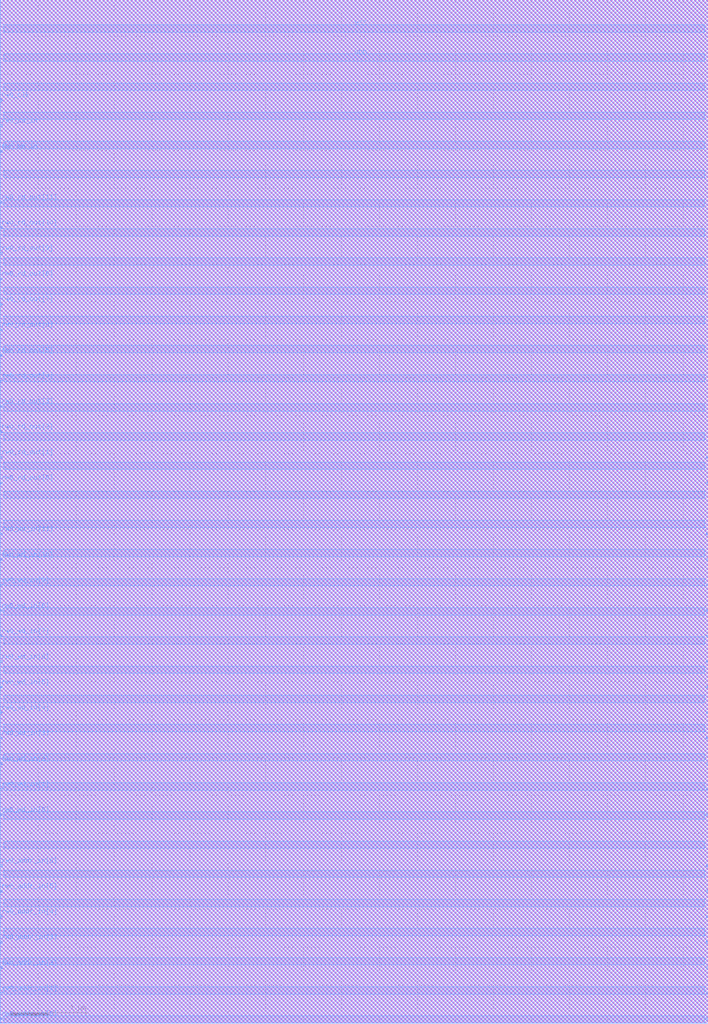
<source format=lef>
# Generated by FakeRAM 2.0
VERSION 5.7 ;
BUSBITCHARS "[]" ;
PROPERTYDEFINITIONS
  MACRO width INTEGER ;
  MACRO depth INTEGER ;
  MACRO banks INTEGER ;
END PROPERTYDEFINITIONS
MACRO liteeth_1rw1r_12w128d_sram
  PROPERTY width 12 ;
  PROPERTY depth 128 ;
  PROPERTY banks 1 ;
  FOREIGN liteeth_1rw1r_12w128d_sram 0 0 ;
  SYMMETRY X Y R90 ;
  SIZE 9.332 BY 13.479 ;
  CLASS BLOCK ;
  PIN r0_addr_in[0]
    DIRECTION INPUT ;
    USE SIGNAL ;
    SHAPE ABUTMENT ;
    PORT
      LAYER M4 ;
      RECT 9.308 0.048 9.332 0.072 ;
    END
  END r0_addr_in[0]
  PIN r0_addr_in[1]
    DIRECTION INPUT ;
    USE SIGNAL ;
    SHAPE ABUTMENT ;
    PORT
      LAYER M4 ;
      RECT 9.308 0.384 9.332 0.408 ;
    END
  END r0_addr_in[1]
  PIN r0_addr_in[2]
    DIRECTION INPUT ;
    USE SIGNAL ;
    SHAPE ABUTMENT ;
    PORT
      LAYER M4 ;
      RECT 9.308 0.720 9.332 0.744 ;
    END
  END r0_addr_in[2]
  PIN r0_addr_in[3]
    DIRECTION INPUT ;
    USE SIGNAL ;
    SHAPE ABUTMENT ;
    PORT
      LAYER M4 ;
      RECT 9.308 1.056 9.332 1.080 ;
    END
  END r0_addr_in[3]
  PIN r0_addr_in[4]
    DIRECTION INPUT ;
    USE SIGNAL ;
    SHAPE ABUTMENT ;
    PORT
      LAYER M4 ;
      RECT 9.308 1.392 9.332 1.416 ;
    END
  END r0_addr_in[4]
  PIN r0_addr_in[5]
    DIRECTION INPUT ;
    USE SIGNAL ;
    SHAPE ABUTMENT ;
    PORT
      LAYER M4 ;
      RECT 9.308 1.728 9.332 1.752 ;
    END
  END r0_addr_in[5]
  PIN r0_addr_in[6]
    DIRECTION INPUT ;
    USE SIGNAL ;
    SHAPE ABUTMENT ;
    PORT
      LAYER M4 ;
      RECT 9.308 2.064 9.332 2.088 ;
    END
  END r0_addr_in[6]
  PIN r0_rd_out[0]
    DIRECTION OUTPUT ;
    USE SIGNAL ;
    SHAPE ABUTMENT ;
    PORT
      LAYER M4 ;
      RECT 9.308 2.736 9.332 2.760 ;
    END
  END r0_rd_out[0]
  PIN r0_rd_out[1]
    DIRECTION OUTPUT ;
    USE SIGNAL ;
    SHAPE ABUTMENT ;
    PORT
      LAYER M4 ;
      RECT 9.308 3.072 9.332 3.096 ;
    END
  END r0_rd_out[1]
  PIN r0_rd_out[2]
    DIRECTION OUTPUT ;
    USE SIGNAL ;
    SHAPE ABUTMENT ;
    PORT
      LAYER M4 ;
      RECT 9.308 3.408 9.332 3.432 ;
    END
  END r0_rd_out[2]
  PIN r0_rd_out[3]
    DIRECTION OUTPUT ;
    USE SIGNAL ;
    SHAPE ABUTMENT ;
    PORT
      LAYER M4 ;
      RECT 9.308 3.744 9.332 3.768 ;
    END
  END r0_rd_out[3]
  PIN r0_rd_out[4]
    DIRECTION OUTPUT ;
    USE SIGNAL ;
    SHAPE ABUTMENT ;
    PORT
      LAYER M4 ;
      RECT 9.308 4.080 9.332 4.104 ;
    END
  END r0_rd_out[4]
  PIN r0_rd_out[5]
    DIRECTION OUTPUT ;
    USE SIGNAL ;
    SHAPE ABUTMENT ;
    PORT
      LAYER M4 ;
      RECT 9.308 4.416 9.332 4.440 ;
    END
  END r0_rd_out[5]
  PIN r0_rd_out[6]
    DIRECTION OUTPUT ;
    USE SIGNAL ;
    SHAPE ABUTMENT ;
    PORT
      LAYER M4 ;
      RECT 9.308 4.752 9.332 4.776 ;
    END
  END r0_rd_out[6]
  PIN r0_rd_out[7]
    DIRECTION OUTPUT ;
    USE SIGNAL ;
    SHAPE ABUTMENT ;
    PORT
      LAYER M4 ;
      RECT 9.308 5.088 9.332 5.112 ;
    END
  END r0_rd_out[7]
  PIN r0_rd_out[8]
    DIRECTION OUTPUT ;
    USE SIGNAL ;
    SHAPE ABUTMENT ;
    PORT
      LAYER M4 ;
      RECT 9.308 5.424 9.332 5.448 ;
    END
  END r0_rd_out[8]
  PIN r0_rd_out[9]
    DIRECTION OUTPUT ;
    USE SIGNAL ;
    SHAPE ABUTMENT ;
    PORT
      LAYER M4 ;
      RECT 9.308 5.760 9.332 5.784 ;
    END
  END r0_rd_out[9]
  PIN r0_rd_out[10]
    DIRECTION OUTPUT ;
    USE SIGNAL ;
    SHAPE ABUTMENT ;
    PORT
      LAYER M4 ;
      RECT 9.308 6.096 9.332 6.120 ;
    END
  END r0_rd_out[10]
  PIN r0_rd_out[11]
    DIRECTION OUTPUT ;
    USE SIGNAL ;
    SHAPE ABUTMENT ;
    PORT
      LAYER M4 ;
      RECT 9.308 6.432 9.332 6.456 ;
    END
  END r0_rd_out[11]
  PIN r0_ce_in
    DIRECTION INPUT ;
    USE SIGNAL ;
    SHAPE ABUTMENT ;
    PORT
      LAYER M4 ;
      RECT 9.308 7.104 9.332 7.128 ;
    END
  END r0_ce_in
  PIN r0_clk
    DIRECTION INPUT ;
    USE SIGNAL ;
    SHAPE ABUTMENT ;
    PORT
      LAYER M4 ;
      RECT 9.308 7.440 9.332 7.464 ;
    END
  END r0_clk
  PIN rw0_addr_in[0]
    DIRECTION INPUT ;
    USE SIGNAL ;
    SHAPE ABUTMENT ;
    PORT
      LAYER M4 ;
      RECT 0.000 0.048 0.024 0.072 ;
    END
  END rw0_addr_in[0]
  PIN rw0_addr_in[1]
    DIRECTION INPUT ;
    USE SIGNAL ;
    SHAPE ABUTMENT ;
    PORT
      LAYER M4 ;
      RECT 0.000 0.384 0.024 0.408 ;
    END
  END rw0_addr_in[1]
  PIN rw0_addr_in[2]
    DIRECTION INPUT ;
    USE SIGNAL ;
    SHAPE ABUTMENT ;
    PORT
      LAYER M4 ;
      RECT 0.000 0.720 0.024 0.744 ;
    END
  END rw0_addr_in[2]
  PIN rw0_addr_in[3]
    DIRECTION INPUT ;
    USE SIGNAL ;
    SHAPE ABUTMENT ;
    PORT
      LAYER M4 ;
      RECT 0.000 1.056 0.024 1.080 ;
    END
  END rw0_addr_in[3]
  PIN rw0_addr_in[4]
    DIRECTION INPUT ;
    USE SIGNAL ;
    SHAPE ABUTMENT ;
    PORT
      LAYER M4 ;
      RECT 0.000 1.392 0.024 1.416 ;
    END
  END rw0_addr_in[4]
  PIN rw0_addr_in[5]
    DIRECTION INPUT ;
    USE SIGNAL ;
    SHAPE ABUTMENT ;
    PORT
      LAYER M4 ;
      RECT 0.000 1.728 0.024 1.752 ;
    END
  END rw0_addr_in[5]
  PIN rw0_addr_in[6]
    DIRECTION INPUT ;
    USE SIGNAL ;
    SHAPE ABUTMENT ;
    PORT
      LAYER M4 ;
      RECT 0.000 2.064 0.024 2.088 ;
    END
  END rw0_addr_in[6]
  PIN rw0_wd_in[0]
    DIRECTION INPUT ;
    USE SIGNAL ;
    SHAPE ABUTMENT ;
    PORT
      LAYER M4 ;
      RECT 0.000 2.736 0.024 2.760 ;
    END
  END rw0_wd_in[0]
  PIN rw0_wd_in[1]
    DIRECTION INPUT ;
    USE SIGNAL ;
    SHAPE ABUTMENT ;
    PORT
      LAYER M4 ;
      RECT 0.000 3.072 0.024 3.096 ;
    END
  END rw0_wd_in[1]
  PIN rw0_wd_in[2]
    DIRECTION INPUT ;
    USE SIGNAL ;
    SHAPE ABUTMENT ;
    PORT
      LAYER M4 ;
      RECT 0.000 3.408 0.024 3.432 ;
    END
  END rw0_wd_in[2]
  PIN rw0_wd_in[3]
    DIRECTION INPUT ;
    USE SIGNAL ;
    SHAPE ABUTMENT ;
    PORT
      LAYER M4 ;
      RECT 0.000 3.744 0.024 3.768 ;
    END
  END rw0_wd_in[3]
  PIN rw0_wd_in[4]
    DIRECTION INPUT ;
    USE SIGNAL ;
    SHAPE ABUTMENT ;
    PORT
      LAYER M4 ;
      RECT 0.000 4.080 0.024 4.104 ;
    END
  END rw0_wd_in[4]
  PIN rw0_wd_in[5]
    DIRECTION INPUT ;
    USE SIGNAL ;
    SHAPE ABUTMENT ;
    PORT
      LAYER M4 ;
      RECT 0.000 4.416 0.024 4.440 ;
    END
  END rw0_wd_in[5]
  PIN rw0_wd_in[6]
    DIRECTION INPUT ;
    USE SIGNAL ;
    SHAPE ABUTMENT ;
    PORT
      LAYER M4 ;
      RECT 0.000 4.752 0.024 4.776 ;
    END
  END rw0_wd_in[6]
  PIN rw0_wd_in[7]
    DIRECTION INPUT ;
    USE SIGNAL ;
    SHAPE ABUTMENT ;
    PORT
      LAYER M4 ;
      RECT 0.000 5.088 0.024 5.112 ;
    END
  END rw0_wd_in[7]
  PIN rw0_wd_in[8]
    DIRECTION INPUT ;
    USE SIGNAL ;
    SHAPE ABUTMENT ;
    PORT
      LAYER M4 ;
      RECT 0.000 5.424 0.024 5.448 ;
    END
  END rw0_wd_in[8]
  PIN rw0_wd_in[9]
    DIRECTION INPUT ;
    USE SIGNAL ;
    SHAPE ABUTMENT ;
    PORT
      LAYER M4 ;
      RECT 0.000 5.760 0.024 5.784 ;
    END
  END rw0_wd_in[9]
  PIN rw0_wd_in[10]
    DIRECTION INPUT ;
    USE SIGNAL ;
    SHAPE ABUTMENT ;
    PORT
      LAYER M4 ;
      RECT 0.000 6.096 0.024 6.120 ;
    END
  END rw0_wd_in[10]
  PIN rw0_wd_in[11]
    DIRECTION INPUT ;
    USE SIGNAL ;
    SHAPE ABUTMENT ;
    PORT
      LAYER M4 ;
      RECT 0.000 6.432 0.024 6.456 ;
    END
  END rw0_wd_in[11]
  PIN rw0_rd_out[0]
    DIRECTION OUTPUT ;
    USE SIGNAL ;
    SHAPE ABUTMENT ;
    PORT
      LAYER M4 ;
      RECT 0.000 7.104 0.024 7.128 ;
    END
  END rw0_rd_out[0]
  PIN rw0_rd_out[1]
    DIRECTION OUTPUT ;
    USE SIGNAL ;
    SHAPE ABUTMENT ;
    PORT
      LAYER M4 ;
      RECT 0.000 7.440 0.024 7.464 ;
    END
  END rw0_rd_out[1]
  PIN rw0_rd_out[2]
    DIRECTION OUTPUT ;
    USE SIGNAL ;
    SHAPE ABUTMENT ;
    PORT
      LAYER M4 ;
      RECT 0.000 7.776 0.024 7.800 ;
    END
  END rw0_rd_out[2]
  PIN rw0_rd_out[3]
    DIRECTION OUTPUT ;
    USE SIGNAL ;
    SHAPE ABUTMENT ;
    PORT
      LAYER M4 ;
      RECT 0.000 8.112 0.024 8.136 ;
    END
  END rw0_rd_out[3]
  PIN rw0_rd_out[4]
    DIRECTION OUTPUT ;
    USE SIGNAL ;
    SHAPE ABUTMENT ;
    PORT
      LAYER M4 ;
      RECT 0.000 8.448 0.024 8.472 ;
    END
  END rw0_rd_out[4]
  PIN rw0_rd_out[5]
    DIRECTION OUTPUT ;
    USE SIGNAL ;
    SHAPE ABUTMENT ;
    PORT
      LAYER M4 ;
      RECT 0.000 8.784 0.024 8.808 ;
    END
  END rw0_rd_out[5]
  PIN rw0_rd_out[6]
    DIRECTION OUTPUT ;
    USE SIGNAL ;
    SHAPE ABUTMENT ;
    PORT
      LAYER M4 ;
      RECT 0.000 9.120 0.024 9.144 ;
    END
  END rw0_rd_out[6]
  PIN rw0_rd_out[7]
    DIRECTION OUTPUT ;
    USE SIGNAL ;
    SHAPE ABUTMENT ;
    PORT
      LAYER M4 ;
      RECT 0.000 9.456 0.024 9.480 ;
    END
  END rw0_rd_out[7]
  PIN rw0_rd_out[8]
    DIRECTION OUTPUT ;
    USE SIGNAL ;
    SHAPE ABUTMENT ;
    PORT
      LAYER M4 ;
      RECT 0.000 9.792 0.024 9.816 ;
    END
  END rw0_rd_out[8]
  PIN rw0_rd_out[9]
    DIRECTION OUTPUT ;
    USE SIGNAL ;
    SHAPE ABUTMENT ;
    PORT
      LAYER M4 ;
      RECT 0.000 10.128 0.024 10.152 ;
    END
  END rw0_rd_out[9]
  PIN rw0_rd_out[10]
    DIRECTION OUTPUT ;
    USE SIGNAL ;
    SHAPE ABUTMENT ;
    PORT
      LAYER M4 ;
      RECT 0.000 10.464 0.024 10.488 ;
    END
  END rw0_rd_out[10]
  PIN rw0_rd_out[11]
    DIRECTION OUTPUT ;
    USE SIGNAL ;
    SHAPE ABUTMENT ;
    PORT
      LAYER M4 ;
      RECT 0.000 10.800 0.024 10.824 ;
    END
  END rw0_rd_out[11]
  PIN rw0_we_in
    DIRECTION INPUT ;
    USE SIGNAL ;
    SHAPE ABUTMENT ;
    PORT
      LAYER M4 ;
      RECT 0.000 11.472 0.024 11.496 ;
    END
  END rw0_we_in
  PIN rw0_ce_in
    DIRECTION INPUT ;
    USE SIGNAL ;
    SHAPE ABUTMENT ;
    PORT
      LAYER M4 ;
      RECT 0.000 11.808 0.024 11.832 ;
    END
  END rw0_ce_in
  PIN rw0_clk
    DIRECTION INPUT ;
    USE SIGNAL ;
    SHAPE ABUTMENT ;
    PORT
      LAYER M4 ;
      RECT 0.000 12.144 0.024 12.168 ;
    END
  END rw0_clk
  PIN VSS
    DIRECTION INOUT ;
    USE GROUND ;
    PORT
      LAYER M4 ;
      RECT 0.048 0.000 9.284 0.096 ;
      RECT 0.048 0.768 9.284 0.864 ;
      RECT 0.048 1.536 9.284 1.632 ;
      RECT 0.048 2.304 9.284 2.400 ;
      RECT 0.048 3.072 9.284 3.168 ;
      RECT 0.048 3.840 9.284 3.936 ;
      RECT 0.048 4.608 9.284 4.704 ;
      RECT 0.048 5.376 9.284 5.472 ;
      RECT 0.048 6.144 9.284 6.240 ;
      RECT 0.048 6.912 9.284 7.008 ;
      RECT 0.048 7.680 9.284 7.776 ;
      RECT 0.048 8.448 9.284 8.544 ;
      RECT 0.048 9.216 9.284 9.312 ;
      RECT 0.048 9.984 9.284 10.080 ;
      RECT 0.048 10.752 9.284 10.848 ;
      RECT 0.048 11.520 9.284 11.616 ;
      RECT 0.048 12.288 9.284 12.384 ;
      RECT 0.048 13.056 9.284 13.152 ;
    END
  END VSS
  PIN VDD
    DIRECTION INOUT ;
    USE POWER ;
    PORT
      LAYER M4 ;
      RECT 0.048 0.384 9.284 0.480 ;
      RECT 0.048 1.152 9.284 1.248 ;
      RECT 0.048 1.920 9.284 2.016 ;
      RECT 0.048 2.688 9.284 2.784 ;
      RECT 0.048 3.456 9.284 3.552 ;
      RECT 0.048 4.224 9.284 4.320 ;
      RECT 0.048 4.992 9.284 5.088 ;
      RECT 0.048 5.760 9.284 5.856 ;
      RECT 0.048 6.528 9.284 6.624 ;
      RECT 0.048 7.296 9.284 7.392 ;
      RECT 0.048 8.064 9.284 8.160 ;
      RECT 0.048 8.832 9.284 8.928 ;
      RECT 0.048 9.600 9.284 9.696 ;
      RECT 0.048 10.368 9.284 10.464 ;
      RECT 0.048 11.136 9.284 11.232 ;
      RECT 0.048 11.904 9.284 12.000 ;
      RECT 0.048 12.672 9.284 12.768 ;
    END
  END VDD
  OBS
    LAYER M1 ;
    RECT 0 0 9.332 13.479 ;
    LAYER M2 ;
    RECT 0 0 9.332 13.479 ;
    LAYER M3 ;
    RECT 0 0 9.332 13.479 ;
    LAYER M4 ;
    RECT 0 0 9.332 13.479 ;
  END
END liteeth_1rw1r_12w128d_sram

END LIBRARY

</source>
